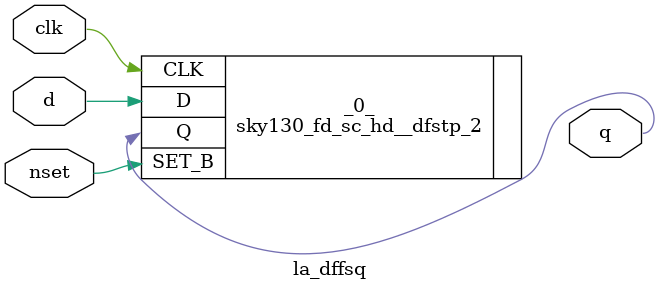
<source format=v>

module la_dffsq(d, clk, nset, q);
  input clk;
  input d;
  input nset;
  output q;
  sky130_fd_sc_hd__dfstp_2 _0_ (
    .CLK(clk),
    .D(d),
    .Q(q),
    .SET_B(nset)
  );
endmodule

</source>
